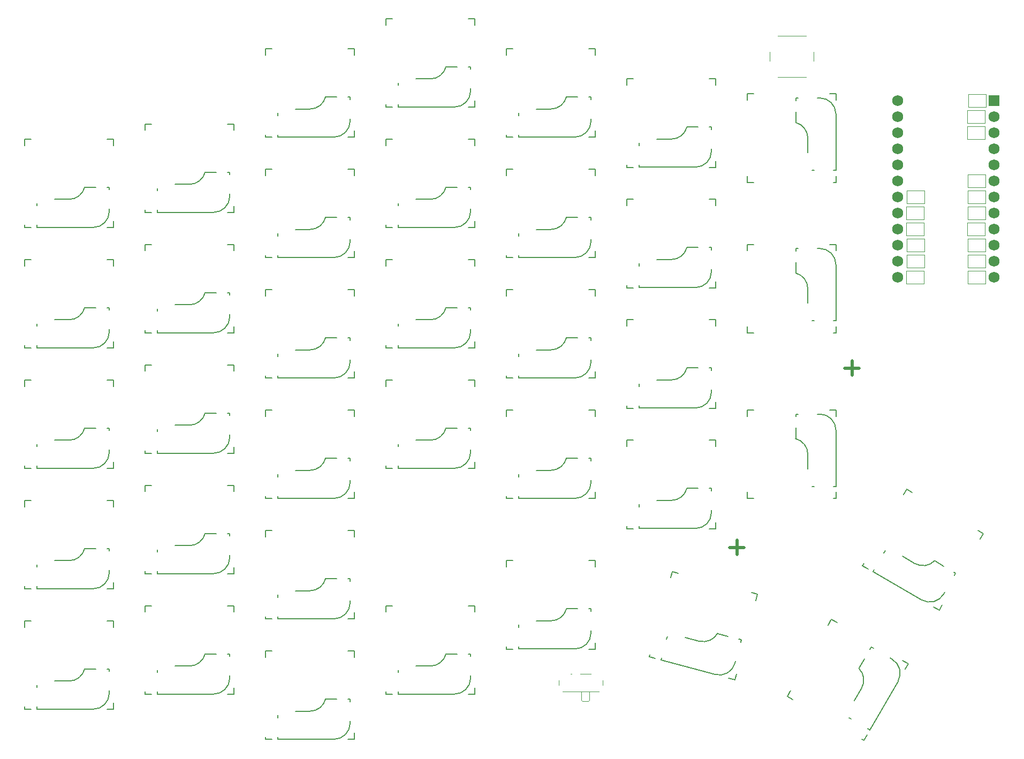
<source format=gbr>
%TF.GenerationSoftware,KiCad,Pcbnew,6.0.4*%
%TF.CreationDate,2022-04-20T09:09:29+02:00*%
%TF.ProjectId,mykeeb,6d796b65-6562-42e6-9b69-6361645f7063,rev?*%
%TF.SameCoordinates,Original*%
%TF.FileFunction,Legend,Bot*%
%TF.FilePolarity,Positive*%
%FSLAX46Y46*%
G04 Gerber Fmt 4.6, Leading zero omitted, Abs format (unit mm)*
G04 Created by KiCad (PCBNEW 6.0.4) date 2022-04-20 09:09:29*
%MOMM*%
%LPD*%
G01*
G04 APERTURE LIST*
%ADD10C,0.500000*%
%ADD11C,0.150000*%
%ADD12C,0.120000*%
%ADD13C,1.752600*%
%ADD14R,1.752600X1.752600*%
G04 APERTURE END LIST*
D10*
X172592857Y-86380285D02*
X170307142Y-86380285D01*
X171450000Y-87523142D02*
X171450000Y-85237428D01*
X154394857Y-114768285D02*
X152109142Y-114768285D01*
X153252000Y-115911142D02*
X153252000Y-113625428D01*
D11*
%TO.C,K11*%
X70485000Y-80803750D02*
G75*
G03*
X73025000Y-78263750I0J2540000D01*
G01*
X66675000Y-76358750D02*
G75*
G03*
X69139162Y-74434790I0J2540000D01*
G01*
X73025000Y-74834750D02*
X73025000Y-74453750D01*
X73025000Y-74453750D02*
X72644000Y-74453750D01*
X59675000Y-66818750D02*
X60675000Y-66818750D01*
X72675000Y-66818750D02*
X73675000Y-66818750D01*
X61595000Y-76993750D02*
X61595000Y-77374750D01*
X66675000Y-76358750D02*
X64389000Y-76358750D01*
X59675000Y-80818750D02*
X59675000Y-80422750D01*
X61595000Y-80422750D02*
X61595000Y-80803750D01*
X73675000Y-66818750D02*
X73675000Y-67818750D01*
X73025000Y-78263750D02*
X73025000Y-77882750D01*
X61595000Y-80803750D02*
X70485000Y-80803750D01*
X59675000Y-67818750D02*
X59675000Y-66818750D01*
X60675000Y-80818750D02*
X59675000Y-80818750D01*
X70866000Y-74453750D02*
X69215000Y-74453750D01*
X73675000Y-79818750D02*
X73675000Y-80818750D01*
X73675000Y-80818750D02*
X72675000Y-80818750D01*
%TO.C,K10*%
X51435000Y-83185000D02*
G75*
G03*
X53975000Y-80645000I0J2540000D01*
G01*
X47625000Y-78740000D02*
G75*
G03*
X50089162Y-76816040I0J2540000D01*
G01*
X53975000Y-77216000D02*
X53975000Y-76835000D01*
X53975000Y-76835000D02*
X53594000Y-76835000D01*
X40625000Y-69200000D02*
X41625000Y-69200000D01*
X53625000Y-69200000D02*
X54625000Y-69200000D01*
X42545000Y-79375000D02*
X42545000Y-79756000D01*
X47625000Y-78740000D02*
X45339000Y-78740000D01*
X40625000Y-83200000D02*
X40625000Y-82804000D01*
X42545000Y-82804000D02*
X42545000Y-83185000D01*
X54625000Y-69200000D02*
X54625000Y-70200000D01*
X53975000Y-80645000D02*
X53975000Y-80264000D01*
X42545000Y-83185000D02*
X51435000Y-83185000D01*
X40625000Y-70200000D02*
X40625000Y-69200000D01*
X41625000Y-83200000D02*
X40625000Y-83200000D01*
X51816000Y-76835000D02*
X50165000Y-76835000D01*
X54625000Y-82200000D02*
X54625000Y-83200000D01*
X54625000Y-83200000D02*
X53625000Y-83200000D01*
%TO.C,K31*%
X70485000Y-118903750D02*
G75*
G03*
X73025000Y-116363750I0J2540000D01*
G01*
X66675000Y-114458750D02*
G75*
G03*
X69139162Y-112534790I0J2540000D01*
G01*
X73025000Y-112934750D02*
X73025000Y-112553750D01*
X73025000Y-112553750D02*
X72644000Y-112553750D01*
X59675000Y-104918750D02*
X60675000Y-104918750D01*
X72675000Y-104918750D02*
X73675000Y-104918750D01*
X61595000Y-115093750D02*
X61595000Y-115474750D01*
X66675000Y-114458750D02*
X64389000Y-114458750D01*
X59675000Y-118918750D02*
X59675000Y-118522750D01*
X61595000Y-118522750D02*
X61595000Y-118903750D01*
X73675000Y-104918750D02*
X73675000Y-105918750D01*
X73025000Y-116363750D02*
X73025000Y-115982750D01*
X61595000Y-118903750D02*
X70485000Y-118903750D01*
X59675000Y-105918750D02*
X59675000Y-104918750D01*
X60675000Y-118918750D02*
X59675000Y-118918750D01*
X70866000Y-112553750D02*
X69215000Y-112553750D01*
X73675000Y-117918750D02*
X73675000Y-118918750D01*
X73675000Y-118918750D02*
X72675000Y-118918750D01*
%TO.C,K24*%
X127635000Y-87947500D02*
G75*
G03*
X130175000Y-85407500I0J2540000D01*
G01*
X123825000Y-83502500D02*
G75*
G03*
X126289162Y-81578540I0J2540000D01*
G01*
X130175000Y-81978500D02*
X130175000Y-81597500D01*
X130175000Y-81597500D02*
X129794000Y-81597500D01*
X116825000Y-73962500D02*
X117825000Y-73962500D01*
X129825000Y-73962500D02*
X130825000Y-73962500D01*
X118745000Y-84137500D02*
X118745000Y-84518500D01*
X123825000Y-83502500D02*
X121539000Y-83502500D01*
X116825000Y-87962500D02*
X116825000Y-87566500D01*
X118745000Y-87566500D02*
X118745000Y-87947500D01*
X130825000Y-73962500D02*
X130825000Y-74962500D01*
X130175000Y-85407500D02*
X130175000Y-85026500D01*
X118745000Y-87947500D02*
X127635000Y-87947500D01*
X116825000Y-74962500D02*
X116825000Y-73962500D01*
X117825000Y-87962500D02*
X116825000Y-87962500D01*
X128016000Y-81597500D02*
X126365000Y-81597500D01*
X130825000Y-86962500D02*
X130825000Y-87962500D01*
X130825000Y-87962500D02*
X129825000Y-87962500D01*
%TO.C,K45*%
X149832894Y-134850021D02*
G75*
G03*
X152943746Y-133053971I657401J2453450D01*
G01*
X147303168Y-129570382D02*
G75*
G03*
X150181323Y-128349751I657400J2453452D01*
G01*
X147303168Y-129570382D02*
X145095061Y-128978721D01*
X155567856Y-121908363D02*
X156533782Y-122167183D01*
X139387354Y-132066677D02*
X139489846Y-131684171D01*
X142752001Y-119509642D02*
X143010821Y-118543716D01*
X153831237Y-129741812D02*
X153929847Y-129373794D01*
X143010821Y-118543716D02*
X143976746Y-118802535D01*
X151844413Y-128815004D02*
X150249670Y-128387693D01*
X142231914Y-128868944D02*
X142133304Y-129236961D01*
X153929847Y-129373794D02*
X153561829Y-129275184D01*
X152943746Y-133053971D02*
X153042356Y-132685953D01*
X152910315Y-135690144D02*
X151944390Y-135431325D01*
X153169135Y-134724218D02*
X152910315Y-135690144D01*
X141245814Y-132549121D02*
X149832894Y-134850022D01*
X141344424Y-132181103D02*
X141245814Y-132549121D01*
X140353280Y-132325497D02*
X139387354Y-132066677D01*
X156533782Y-122167183D02*
X156274963Y-123133108D01*
%TO.C,K41*%
X70485000Y-137953750D02*
G75*
G03*
X73025000Y-135413750I0J2540000D01*
G01*
X66675000Y-133508750D02*
G75*
G03*
X69139162Y-131584790I0J2540000D01*
G01*
X73025000Y-131984750D02*
X73025000Y-131603750D01*
X73025000Y-131603750D02*
X72644000Y-131603750D01*
X59675000Y-123968750D02*
X60675000Y-123968750D01*
X72675000Y-123968750D02*
X73675000Y-123968750D01*
X61595000Y-134143750D02*
X61595000Y-134524750D01*
X66675000Y-133508750D02*
X64389000Y-133508750D01*
X59675000Y-137968750D02*
X59675000Y-137572750D01*
X61595000Y-137572750D02*
X61595000Y-137953750D01*
X73675000Y-123968750D02*
X73675000Y-124968750D01*
X73025000Y-135413750D02*
X73025000Y-135032750D01*
X61595000Y-137953750D02*
X70485000Y-137953750D01*
X59675000Y-124968750D02*
X59675000Y-123968750D01*
X60675000Y-137968750D02*
X59675000Y-137968750D01*
X70866000Y-131603750D02*
X69215000Y-131603750D01*
X73675000Y-136968750D02*
X73675000Y-137968750D01*
X73675000Y-137968750D02*
X72675000Y-137968750D01*
%TO.C,K20*%
X51435000Y-102235000D02*
G75*
G03*
X53975000Y-99695000I0J2540000D01*
G01*
X47625000Y-97790000D02*
G75*
G03*
X50089162Y-95866040I0J2540000D01*
G01*
X53975000Y-96266000D02*
X53975000Y-95885000D01*
X53975000Y-95885000D02*
X53594000Y-95885000D01*
X40625000Y-88250000D02*
X41625000Y-88250000D01*
X53625000Y-88250000D02*
X54625000Y-88250000D01*
X42545000Y-98425000D02*
X42545000Y-98806000D01*
X47625000Y-97790000D02*
X45339000Y-97790000D01*
X40625000Y-102250000D02*
X40625000Y-101854000D01*
X42545000Y-101854000D02*
X42545000Y-102235000D01*
X54625000Y-88250000D02*
X54625000Y-89250000D01*
X53975000Y-99695000D02*
X53975000Y-99314000D01*
X42545000Y-102235000D02*
X51435000Y-102235000D01*
X40625000Y-89250000D02*
X40625000Y-88250000D01*
X41625000Y-102250000D02*
X40625000Y-102250000D01*
X51816000Y-95885000D02*
X50165000Y-95885000D01*
X54625000Y-101250000D02*
X54625000Y-102250000D01*
X54625000Y-102250000D02*
X53625000Y-102250000D01*
%TO.C,K21*%
X70485000Y-99853750D02*
G75*
G03*
X73025000Y-97313750I0J2540000D01*
G01*
X66675000Y-95408750D02*
G75*
G03*
X69139162Y-93484790I0J2540000D01*
G01*
X73025000Y-93884750D02*
X73025000Y-93503750D01*
X73025000Y-93503750D02*
X72644000Y-93503750D01*
X59675000Y-85868750D02*
X60675000Y-85868750D01*
X72675000Y-85868750D02*
X73675000Y-85868750D01*
X61595000Y-96043750D02*
X61595000Y-96424750D01*
X66675000Y-95408750D02*
X64389000Y-95408750D01*
X59675000Y-99868750D02*
X59675000Y-99472750D01*
X61595000Y-99472750D02*
X61595000Y-99853750D01*
X73675000Y-85868750D02*
X73675000Y-86868750D01*
X73025000Y-97313750D02*
X73025000Y-96932750D01*
X61595000Y-99853750D02*
X70485000Y-99853750D01*
X59675000Y-86868750D02*
X59675000Y-85868750D01*
X60675000Y-99868750D02*
X59675000Y-99868750D01*
X70866000Y-93503750D02*
X69215000Y-93503750D01*
X73675000Y-98868750D02*
X73675000Y-99868750D01*
X73675000Y-99868750D02*
X72675000Y-99868750D01*
%TO.C,K13*%
X108585000Y-64135000D02*
G75*
G03*
X111125000Y-61595000I0J2540000D01*
G01*
X104775000Y-59690000D02*
G75*
G03*
X107239162Y-57766040I0J2540000D01*
G01*
X111125000Y-58166000D02*
X111125000Y-57785000D01*
X111125000Y-57785000D02*
X110744000Y-57785000D01*
X97775000Y-50150000D02*
X98775000Y-50150000D01*
X110775000Y-50150000D02*
X111775000Y-50150000D01*
X99695000Y-60325000D02*
X99695000Y-60706000D01*
X104775000Y-59690000D02*
X102489000Y-59690000D01*
X97775000Y-64150000D02*
X97775000Y-63754000D01*
X99695000Y-63754000D02*
X99695000Y-64135000D01*
X111775000Y-50150000D02*
X111775000Y-51150000D01*
X111125000Y-61595000D02*
X111125000Y-61214000D01*
X99695000Y-64135000D02*
X108585000Y-64135000D01*
X97775000Y-51150000D02*
X97775000Y-50150000D01*
X98775000Y-64150000D02*
X97775000Y-64150000D01*
X108966000Y-57785000D02*
X107315000Y-57785000D01*
X111775000Y-63150000D02*
X111775000Y-64150000D01*
X111775000Y-64150000D02*
X110775000Y-64150000D01*
%TO.C,K36*%
X182489905Y-123055141D02*
G75*
G03*
X185959609Y-122125437I1270000J2199704D01*
G01*
X181412848Y-117300659D02*
G75*
G03*
X184508855Y-116866541I1270000J2199705D01*
G01*
X187674109Y-119155836D02*
X187864609Y-118825880D01*
X187864609Y-118825880D02*
X187534654Y-118635380D01*
X180120670Y-105538776D02*
X180986696Y-106038776D01*
X191379000Y-112038776D02*
X192245026Y-112538776D01*
X176695939Y-115310585D02*
X176505439Y-115640540D01*
X181412848Y-117300659D02*
X179433114Y-116157659D01*
X173120670Y-117663132D02*
X173318670Y-117320186D01*
X174981439Y-118280186D02*
X174790939Y-118610141D01*
X192245026Y-112538776D02*
X191745026Y-113404802D01*
X185959609Y-122125437D02*
X186150109Y-121795481D01*
X174790939Y-118610141D02*
X182489905Y-123055141D01*
X179620670Y-106404802D02*
X180120670Y-105538776D01*
X173986696Y-118163132D02*
X173120670Y-117663132D01*
X185994860Y-117746380D02*
X184565053Y-116920880D01*
X185745026Y-123797106D02*
X185245026Y-124663132D01*
X185245026Y-124663132D02*
X184379000Y-124163132D01*
%TO.C,K40*%
X51435000Y-140335000D02*
G75*
G03*
X53975000Y-137795000I0J2540000D01*
G01*
X47625000Y-135890000D02*
G75*
G03*
X50089162Y-133966040I0J2540000D01*
G01*
X53975000Y-134366000D02*
X53975000Y-133985000D01*
X53975000Y-133985000D02*
X53594000Y-133985000D01*
X40625000Y-126350000D02*
X41625000Y-126350000D01*
X53625000Y-126350000D02*
X54625000Y-126350000D01*
X42545000Y-136525000D02*
X42545000Y-136906000D01*
X47625000Y-135890000D02*
X45339000Y-135890000D01*
X40625000Y-140350000D02*
X40625000Y-139954000D01*
X42545000Y-139954000D02*
X42545000Y-140335000D01*
X54625000Y-126350000D02*
X54625000Y-127350000D01*
X53975000Y-137795000D02*
X53975000Y-137414000D01*
X42545000Y-140335000D02*
X51435000Y-140335000D01*
X40625000Y-127350000D02*
X40625000Y-126350000D01*
X41625000Y-140350000D02*
X40625000Y-140350000D01*
X51816000Y-133985000D02*
X50165000Y-133985000D01*
X54625000Y-139350000D02*
X54625000Y-140350000D01*
X54625000Y-140350000D02*
X53625000Y-140350000D01*
%TO.C,K25*%
X146685000Y-92710000D02*
G75*
G03*
X149225000Y-90170000I0J2540000D01*
G01*
X142875000Y-88265000D02*
G75*
G03*
X145339162Y-86341040I0J2540000D01*
G01*
X149225000Y-86741000D02*
X149225000Y-86360000D01*
X149225000Y-86360000D02*
X148844000Y-86360000D01*
X135875000Y-78725000D02*
X136875000Y-78725000D01*
X148875000Y-78725000D02*
X149875000Y-78725000D01*
X137795000Y-88900000D02*
X137795000Y-89281000D01*
X142875000Y-88265000D02*
X140589000Y-88265000D01*
X135875000Y-92725000D02*
X135875000Y-92329000D01*
X137795000Y-92329000D02*
X137795000Y-92710000D01*
X149875000Y-78725000D02*
X149875000Y-79725000D01*
X149225000Y-90170000D02*
X149225000Y-89789000D01*
X137795000Y-92710000D02*
X146685000Y-92710000D01*
X135875000Y-79725000D02*
X135875000Y-78725000D01*
X136875000Y-92725000D02*
X135875000Y-92725000D01*
X147066000Y-86360000D02*
X145415000Y-86360000D01*
X149875000Y-91725000D02*
X149875000Y-92725000D01*
X149875000Y-92725000D02*
X148875000Y-92725000D01*
%TO.C,K7*%
X89535000Y-145097500D02*
G75*
G03*
X92075000Y-142557500I0J2540000D01*
G01*
X85725000Y-140652500D02*
G75*
G03*
X88189162Y-138728540I0J2540000D01*
G01*
X92075000Y-139128500D02*
X92075000Y-138747500D01*
X92075000Y-138747500D02*
X91694000Y-138747500D01*
X78725000Y-131112500D02*
X79725000Y-131112500D01*
X91725000Y-131112500D02*
X92725000Y-131112500D01*
X80645000Y-141287500D02*
X80645000Y-141668500D01*
X85725000Y-140652500D02*
X83439000Y-140652500D01*
X78725000Y-145112500D02*
X78725000Y-144716500D01*
X80645000Y-144716500D02*
X80645000Y-145097500D01*
X92725000Y-131112500D02*
X92725000Y-132112500D01*
X92075000Y-142557500D02*
X92075000Y-142176500D01*
X80645000Y-145097500D02*
X89535000Y-145097500D01*
X78725000Y-132112500D02*
X78725000Y-131112500D01*
X79725000Y-145112500D02*
X78725000Y-145112500D01*
X89916000Y-138747500D02*
X88265000Y-138747500D01*
X92725000Y-144112500D02*
X92725000Y-145112500D01*
X92725000Y-145112500D02*
X91725000Y-145112500D01*
%TO.C,K15*%
X146685000Y-73660000D02*
G75*
G03*
X149225000Y-71120000I0J2540000D01*
G01*
X142875000Y-69215000D02*
G75*
G03*
X145339162Y-67291040I0J2540000D01*
G01*
X149225000Y-67691000D02*
X149225000Y-67310000D01*
X149225000Y-67310000D02*
X148844000Y-67310000D01*
X135875000Y-59675000D02*
X136875000Y-59675000D01*
X148875000Y-59675000D02*
X149875000Y-59675000D01*
X137795000Y-69850000D02*
X137795000Y-70231000D01*
X142875000Y-69215000D02*
X140589000Y-69215000D01*
X135875000Y-73675000D02*
X135875000Y-73279000D01*
X137795000Y-73279000D02*
X137795000Y-73660000D01*
X149875000Y-59675000D02*
X149875000Y-60675000D01*
X149225000Y-71120000D02*
X149225000Y-70739000D01*
X137795000Y-73660000D02*
X146685000Y-73660000D01*
X135875000Y-60675000D02*
X135875000Y-59675000D01*
X136875000Y-73675000D02*
X135875000Y-73675000D01*
X147066000Y-67310000D02*
X145415000Y-67310000D01*
X149875000Y-72675000D02*
X149875000Y-73675000D01*
X149875000Y-73675000D02*
X148875000Y-73675000D01*
%TO.C,K5*%
X146685000Y-54610000D02*
G75*
G03*
X149225000Y-52070000I0J2540000D01*
G01*
X142875000Y-50165000D02*
G75*
G03*
X145339162Y-48241040I0J2540000D01*
G01*
X149225000Y-48641000D02*
X149225000Y-48260000D01*
X149225000Y-48260000D02*
X148844000Y-48260000D01*
X135875000Y-40625000D02*
X136875000Y-40625000D01*
X148875000Y-40625000D02*
X149875000Y-40625000D01*
X137795000Y-50800000D02*
X137795000Y-51181000D01*
X142875000Y-50165000D02*
X140589000Y-50165000D01*
X135875000Y-54625000D02*
X135875000Y-54229000D01*
X137795000Y-54229000D02*
X137795000Y-54610000D01*
X149875000Y-40625000D02*
X149875000Y-41625000D01*
X149225000Y-52070000D02*
X149225000Y-51689000D01*
X137795000Y-54610000D02*
X146685000Y-54610000D01*
X135875000Y-41625000D02*
X135875000Y-40625000D01*
X136875000Y-54625000D02*
X135875000Y-54625000D01*
X147066000Y-48260000D02*
X145415000Y-48260000D01*
X149875000Y-53625000D02*
X149875000Y-54625000D01*
X149875000Y-54625000D02*
X148875000Y-54625000D01*
%TO.C,K1*%
X70485000Y-61753750D02*
G75*
G03*
X73025000Y-59213750I0J2540000D01*
G01*
X66675000Y-57308750D02*
G75*
G03*
X69139162Y-55384790I0J2540000D01*
G01*
X73025000Y-55784750D02*
X73025000Y-55403750D01*
X73025000Y-55403750D02*
X72644000Y-55403750D01*
X59675000Y-47768750D02*
X60675000Y-47768750D01*
X72675000Y-47768750D02*
X73675000Y-47768750D01*
X61595000Y-57943750D02*
X61595000Y-58324750D01*
X66675000Y-57308750D02*
X64389000Y-57308750D01*
X59675000Y-61768750D02*
X59675000Y-61372750D01*
X61595000Y-61372750D02*
X61595000Y-61753750D01*
X73675000Y-47768750D02*
X73675000Y-48768750D01*
X73025000Y-59213750D02*
X73025000Y-58832750D01*
X61595000Y-61753750D02*
X70485000Y-61753750D01*
X59675000Y-48768750D02*
X59675000Y-47768750D01*
X60675000Y-61768750D02*
X59675000Y-61768750D01*
X70866000Y-55403750D02*
X69215000Y-55403750D01*
X73675000Y-60768750D02*
X73675000Y-61768750D01*
X73675000Y-61768750D02*
X72675000Y-61768750D01*
%TO.C,K0*%
X51435000Y-64135000D02*
G75*
G03*
X53975000Y-61595000I0J2540000D01*
G01*
X47625000Y-59690000D02*
G75*
G03*
X50089162Y-57766040I0J2540000D01*
G01*
X53975000Y-58166000D02*
X53975000Y-57785000D01*
X53975000Y-57785000D02*
X53594000Y-57785000D01*
X40625000Y-50150000D02*
X41625000Y-50150000D01*
X53625000Y-50150000D02*
X54625000Y-50150000D01*
X42545000Y-60325000D02*
X42545000Y-60706000D01*
X47625000Y-59690000D02*
X45339000Y-59690000D01*
X40625000Y-64150000D02*
X40625000Y-63754000D01*
X42545000Y-63754000D02*
X42545000Y-64135000D01*
X54625000Y-50150000D02*
X54625000Y-51150000D01*
X53975000Y-61595000D02*
X53975000Y-61214000D01*
X42545000Y-64135000D02*
X51435000Y-64135000D01*
X40625000Y-51150000D02*
X40625000Y-50150000D01*
X41625000Y-64150000D02*
X40625000Y-64150000D01*
X51816000Y-57785000D02*
X50165000Y-57785000D01*
X54625000Y-63150000D02*
X54625000Y-64150000D01*
X54625000Y-64150000D02*
X53625000Y-64150000D01*
%TO.C,K42*%
X89535000Y-126047500D02*
G75*
G03*
X92075000Y-123507500I0J2540000D01*
G01*
X85725000Y-121602500D02*
G75*
G03*
X88189162Y-119678540I0J2540000D01*
G01*
X92075000Y-120078500D02*
X92075000Y-119697500D01*
X92075000Y-119697500D02*
X91694000Y-119697500D01*
X78725000Y-112062500D02*
X79725000Y-112062500D01*
X91725000Y-112062500D02*
X92725000Y-112062500D01*
X80645000Y-122237500D02*
X80645000Y-122618500D01*
X85725000Y-121602500D02*
X83439000Y-121602500D01*
X78725000Y-126062500D02*
X78725000Y-125666500D01*
X80645000Y-125666500D02*
X80645000Y-126047500D01*
X92725000Y-112062500D02*
X92725000Y-113062500D01*
X92075000Y-123507500D02*
X92075000Y-123126500D01*
X80645000Y-126047500D02*
X89535000Y-126047500D01*
X78725000Y-113062500D02*
X78725000Y-112062500D01*
X79725000Y-126062500D02*
X78725000Y-126062500D01*
X89916000Y-119697500D02*
X88265000Y-119697500D01*
X92725000Y-125062500D02*
X92725000Y-126062500D01*
X92725000Y-126062500D02*
X91725000Y-126062500D01*
%TO.C,K35*%
X146685000Y-111760000D02*
G75*
G03*
X149225000Y-109220000I0J2540000D01*
G01*
X142875000Y-107315000D02*
G75*
G03*
X145339162Y-105391040I0J2540000D01*
G01*
X149225000Y-105791000D02*
X149225000Y-105410000D01*
X149225000Y-105410000D02*
X148844000Y-105410000D01*
X135875000Y-97775000D02*
X136875000Y-97775000D01*
X148875000Y-97775000D02*
X149875000Y-97775000D01*
X137795000Y-107950000D02*
X137795000Y-108331000D01*
X142875000Y-107315000D02*
X140589000Y-107315000D01*
X135875000Y-111775000D02*
X135875000Y-111379000D01*
X137795000Y-111379000D02*
X137795000Y-111760000D01*
X149875000Y-97775000D02*
X149875000Y-98775000D01*
X149225000Y-109220000D02*
X149225000Y-108839000D01*
X137795000Y-111760000D02*
X146685000Y-111760000D01*
X135875000Y-98775000D02*
X135875000Y-97775000D01*
X136875000Y-111775000D02*
X135875000Y-111775000D01*
X147066000Y-105410000D02*
X145415000Y-105410000D01*
X149875000Y-110775000D02*
X149875000Y-111775000D01*
X149875000Y-111775000D02*
X148875000Y-111775000D01*
%TO.C,K14*%
X127635000Y-68897500D02*
G75*
G03*
X130175000Y-66357500I0J2540000D01*
G01*
X123825000Y-64452500D02*
G75*
G03*
X126289162Y-62528540I0J2540000D01*
G01*
X130175000Y-62928500D02*
X130175000Y-62547500D01*
X130175000Y-62547500D02*
X129794000Y-62547500D01*
X116825000Y-54912500D02*
X117825000Y-54912500D01*
X129825000Y-54912500D02*
X130825000Y-54912500D01*
X118745000Y-65087500D02*
X118745000Y-65468500D01*
X123825000Y-64452500D02*
X121539000Y-64452500D01*
X116825000Y-68912500D02*
X116825000Y-68516500D01*
X118745000Y-68516500D02*
X118745000Y-68897500D01*
X130825000Y-54912500D02*
X130825000Y-55912500D01*
X130175000Y-66357500D02*
X130175000Y-65976500D01*
X118745000Y-68897500D02*
X127635000Y-68897500D01*
X116825000Y-55912500D02*
X116825000Y-54912500D01*
X117825000Y-68912500D02*
X116825000Y-68912500D01*
X128016000Y-62547500D02*
X126365000Y-62547500D01*
X130825000Y-67912500D02*
X130825000Y-68912500D01*
X130825000Y-68912500D02*
X129825000Y-68912500D01*
%TO.C,K22*%
X89535000Y-87947500D02*
G75*
G03*
X92075000Y-85407500I0J2540000D01*
G01*
X85725000Y-83502500D02*
G75*
G03*
X88189162Y-81578540I0J2540000D01*
G01*
X92075000Y-81978500D02*
X92075000Y-81597500D01*
X92075000Y-81597500D02*
X91694000Y-81597500D01*
X78725000Y-73962500D02*
X79725000Y-73962500D01*
X91725000Y-73962500D02*
X92725000Y-73962500D01*
X80645000Y-84137500D02*
X80645000Y-84518500D01*
X85725000Y-83502500D02*
X83439000Y-83502500D01*
X78725000Y-87962500D02*
X78725000Y-87566500D01*
X80645000Y-87566500D02*
X80645000Y-87947500D01*
X92725000Y-73962500D02*
X92725000Y-74962500D01*
X92075000Y-85407500D02*
X92075000Y-85026500D01*
X80645000Y-87947500D02*
X89535000Y-87947500D01*
X78725000Y-74962500D02*
X78725000Y-73962500D01*
X79725000Y-87962500D02*
X78725000Y-87962500D01*
X89916000Y-81597500D02*
X88265000Y-81597500D01*
X92725000Y-86962500D02*
X92725000Y-87962500D01*
X92725000Y-87962500D02*
X91725000Y-87962500D01*
%TO.C,K12*%
X89535000Y-68897500D02*
G75*
G03*
X92075000Y-66357500I0J2540000D01*
G01*
X85725000Y-64452500D02*
G75*
G03*
X88189162Y-62528540I0J2540000D01*
G01*
X92075000Y-62928500D02*
X92075000Y-62547500D01*
X92075000Y-62547500D02*
X91694000Y-62547500D01*
X78725000Y-54912500D02*
X79725000Y-54912500D01*
X91725000Y-54912500D02*
X92725000Y-54912500D01*
X80645000Y-65087500D02*
X80645000Y-65468500D01*
X85725000Y-64452500D02*
X83439000Y-64452500D01*
X78725000Y-68912500D02*
X78725000Y-68516500D01*
X80645000Y-68516500D02*
X80645000Y-68897500D01*
X92725000Y-54912500D02*
X92725000Y-55912500D01*
X92075000Y-66357500D02*
X92075000Y-65976500D01*
X80645000Y-68897500D02*
X89535000Y-68897500D01*
X78725000Y-55912500D02*
X78725000Y-54912500D01*
X79725000Y-68912500D02*
X78725000Y-68912500D01*
X89916000Y-62547500D02*
X88265000Y-62547500D01*
X92725000Y-67912500D02*
X92725000Y-68912500D01*
X92725000Y-68912500D02*
X91725000Y-68912500D01*
%TO.C,K43*%
X108585000Y-137953750D02*
G75*
G03*
X111125000Y-135413750I0J2540000D01*
G01*
X104775000Y-133508750D02*
G75*
G03*
X107239162Y-131584790I0J2540000D01*
G01*
X111125000Y-131984750D02*
X111125000Y-131603750D01*
X111125000Y-131603750D02*
X110744000Y-131603750D01*
X97775000Y-123968750D02*
X98775000Y-123968750D01*
X110775000Y-123968750D02*
X111775000Y-123968750D01*
X99695000Y-134143750D02*
X99695000Y-134524750D01*
X104775000Y-133508750D02*
X102489000Y-133508750D01*
X97775000Y-137968750D02*
X97775000Y-137572750D01*
X99695000Y-137572750D02*
X99695000Y-137953750D01*
X111775000Y-123968750D02*
X111775000Y-124968750D01*
X111125000Y-135413750D02*
X111125000Y-135032750D01*
X99695000Y-137953750D02*
X108585000Y-137953750D01*
X97775000Y-124968750D02*
X97775000Y-123968750D01*
X98775000Y-137968750D02*
X97775000Y-137968750D01*
X108966000Y-131603750D02*
X107315000Y-131603750D01*
X111775000Y-136968750D02*
X111775000Y-137968750D01*
X111775000Y-137968750D02*
X110775000Y-137968750D01*
%TO.C,K33*%
X108585000Y-102235000D02*
G75*
G03*
X111125000Y-99695000I0J2540000D01*
G01*
X104775000Y-97790000D02*
G75*
G03*
X107239162Y-95866040I0J2540000D01*
G01*
X111125000Y-96266000D02*
X111125000Y-95885000D01*
X111125000Y-95885000D02*
X110744000Y-95885000D01*
X97775000Y-88250000D02*
X98775000Y-88250000D01*
X110775000Y-88250000D02*
X111775000Y-88250000D01*
X99695000Y-98425000D02*
X99695000Y-98806000D01*
X104775000Y-97790000D02*
X102489000Y-97790000D01*
X97775000Y-102250000D02*
X97775000Y-101854000D01*
X99695000Y-101854000D02*
X99695000Y-102235000D01*
X111775000Y-88250000D02*
X111775000Y-89250000D01*
X111125000Y-99695000D02*
X111125000Y-99314000D01*
X99695000Y-102235000D02*
X108585000Y-102235000D01*
X97775000Y-89250000D02*
X97775000Y-88250000D01*
X98775000Y-102250000D02*
X97775000Y-102250000D01*
X108966000Y-95885000D02*
X107315000Y-95885000D01*
X111775000Y-101250000D02*
X111775000Y-102250000D01*
X111775000Y-102250000D02*
X110775000Y-102250000D01*
%TO.C,K26*%
X168910000Y-96202500D02*
G75*
G03*
X166370000Y-93662500I-2540000J0D01*
G01*
X164465000Y-100012500D02*
G75*
G03*
X162541040Y-97548338I-2540000J0D01*
G01*
X155925000Y-107012500D02*
X154925000Y-107012500D01*
X167925000Y-93012500D02*
X168925000Y-93012500D01*
X168925000Y-93012500D02*
X168925000Y-94012500D01*
X162941000Y-93662500D02*
X162560000Y-93662500D01*
X165100000Y-105092500D02*
X165481000Y-105092500D01*
X162560000Y-95821500D02*
X162560000Y-97472500D01*
X164465000Y-100012500D02*
X164465000Y-102298500D01*
X168925000Y-107012500D02*
X168529000Y-107012500D01*
X168910000Y-105092500D02*
X168910000Y-96202500D01*
X154925000Y-107012500D02*
X154925000Y-106012500D01*
X154925000Y-94012500D02*
X154925000Y-93012500D01*
X154925000Y-93012500D02*
X155925000Y-93012500D01*
X168925000Y-106012500D02*
X168925000Y-107012500D01*
X162560000Y-93662500D02*
X162560000Y-94043500D01*
X166370000Y-93662500D02*
X165989000Y-93662500D01*
X168529000Y-105092500D02*
X168910000Y-105092500D01*
%TO.C,K3*%
X108585000Y-45085000D02*
G75*
G03*
X111125000Y-42545000I0J2540000D01*
G01*
X104775000Y-40640000D02*
G75*
G03*
X107239162Y-38716040I0J2540000D01*
G01*
X111125000Y-39116000D02*
X111125000Y-38735000D01*
X111125000Y-38735000D02*
X110744000Y-38735000D01*
X97775000Y-31100000D02*
X98775000Y-31100000D01*
X110775000Y-31100000D02*
X111775000Y-31100000D01*
X99695000Y-41275000D02*
X99695000Y-41656000D01*
X104775000Y-40640000D02*
X102489000Y-40640000D01*
X97775000Y-45100000D02*
X97775000Y-44704000D01*
X99695000Y-44704000D02*
X99695000Y-45085000D01*
X111775000Y-31100000D02*
X111775000Y-32100000D01*
X111125000Y-42545000D02*
X111125000Y-42164000D01*
X99695000Y-45085000D02*
X108585000Y-45085000D01*
X97775000Y-32100000D02*
X97775000Y-31100000D01*
X98775000Y-45100000D02*
X97775000Y-45100000D01*
X108966000Y-38735000D02*
X107315000Y-38735000D01*
X111775000Y-44100000D02*
X111775000Y-45100000D01*
X111775000Y-45100000D02*
X110775000Y-45100000D01*
%TO.C,K34*%
X127635000Y-106997500D02*
G75*
G03*
X130175000Y-104457500I0J2540000D01*
G01*
X123825000Y-102552500D02*
G75*
G03*
X126289162Y-100628540I0J2540000D01*
G01*
X130175000Y-101028500D02*
X130175000Y-100647500D01*
X130175000Y-100647500D02*
X129794000Y-100647500D01*
X116825000Y-93012500D02*
X117825000Y-93012500D01*
X129825000Y-93012500D02*
X130825000Y-93012500D01*
X118745000Y-103187500D02*
X118745000Y-103568500D01*
X123825000Y-102552500D02*
X121539000Y-102552500D01*
X116825000Y-107012500D02*
X116825000Y-106616500D01*
X118745000Y-106616500D02*
X118745000Y-106997500D01*
X130825000Y-93012500D02*
X130825000Y-94012500D01*
X130175000Y-104457500D02*
X130175000Y-104076500D01*
X118745000Y-106997500D02*
X127635000Y-106997500D01*
X116825000Y-94012500D02*
X116825000Y-93012500D01*
X117825000Y-107012500D02*
X116825000Y-107012500D01*
X128016000Y-100647500D02*
X126365000Y-100647500D01*
X130825000Y-106012500D02*
X130825000Y-107012500D01*
X130825000Y-107012500D02*
X129825000Y-107012500D01*
%TO.C,K16*%
X168910000Y-70008750D02*
G75*
G03*
X166370000Y-67468750I-2540000J0D01*
G01*
X164465000Y-73818750D02*
G75*
G03*
X162541040Y-71354588I-2540000J0D01*
G01*
X164465000Y-73818750D02*
X164465000Y-76104750D01*
X154925000Y-67818750D02*
X154925000Y-66818750D01*
X168925000Y-80818750D02*
X168529000Y-80818750D01*
X155925000Y-80818750D02*
X154925000Y-80818750D01*
X162941000Y-67468750D02*
X162560000Y-67468750D01*
X154925000Y-80818750D02*
X154925000Y-79818750D01*
X162560000Y-69627750D02*
X162560000Y-71278750D01*
X165100000Y-78898750D02*
X165481000Y-78898750D01*
X162560000Y-67468750D02*
X162560000Y-67849750D01*
X166370000Y-67468750D02*
X165989000Y-67468750D01*
X168925000Y-66818750D02*
X168925000Y-67818750D01*
X167925000Y-66818750D02*
X168925000Y-66818750D01*
X168910000Y-78898750D02*
X168910000Y-70008750D01*
X168529000Y-78898750D02*
X168910000Y-78898750D01*
X168925000Y-79818750D02*
X168925000Y-80818750D01*
X154925000Y-66818750D02*
X155925000Y-66818750D01*
%TO.C,K2*%
X89535000Y-49847500D02*
G75*
G03*
X92075000Y-47307500I0J2540000D01*
G01*
X85725000Y-45402500D02*
G75*
G03*
X88189162Y-43478540I0J2540000D01*
G01*
X92075000Y-43878500D02*
X92075000Y-43497500D01*
X92075000Y-43497500D02*
X91694000Y-43497500D01*
X78725000Y-35862500D02*
X79725000Y-35862500D01*
X91725000Y-35862500D02*
X92725000Y-35862500D01*
X80645000Y-46037500D02*
X80645000Y-46418500D01*
X85725000Y-45402500D02*
X83439000Y-45402500D01*
X78725000Y-49862500D02*
X78725000Y-49466500D01*
X80645000Y-49466500D02*
X80645000Y-49847500D01*
X92725000Y-35862500D02*
X92725000Y-36862500D01*
X92075000Y-47307500D02*
X92075000Y-46926500D01*
X80645000Y-49847500D02*
X89535000Y-49847500D01*
X78725000Y-36862500D02*
X78725000Y-35862500D01*
X79725000Y-49862500D02*
X78725000Y-49862500D01*
X89916000Y-43497500D02*
X88265000Y-43497500D01*
X92725000Y-48862500D02*
X92725000Y-49862500D01*
X92725000Y-49862500D02*
X91725000Y-49862500D01*
%TO.C,K44*%
X127635000Y-130810000D02*
G75*
G03*
X130175000Y-128270000I0J2540000D01*
G01*
X123825000Y-126365000D02*
G75*
G03*
X126289162Y-124441040I0J2540000D01*
G01*
X130175000Y-124841000D02*
X130175000Y-124460000D01*
X130175000Y-124460000D02*
X129794000Y-124460000D01*
X116825000Y-116825000D02*
X117825000Y-116825000D01*
X129825000Y-116825000D02*
X130825000Y-116825000D01*
X118745000Y-127000000D02*
X118745000Y-127381000D01*
X123825000Y-126365000D02*
X121539000Y-126365000D01*
X116825000Y-130825000D02*
X116825000Y-130429000D01*
X118745000Y-130429000D02*
X118745000Y-130810000D01*
X130825000Y-116825000D02*
X130825000Y-117825000D01*
X130175000Y-128270000D02*
X130175000Y-127889000D01*
X118745000Y-130810000D02*
X127635000Y-130810000D01*
X116825000Y-117825000D02*
X116825000Y-116825000D01*
X117825000Y-130825000D02*
X116825000Y-130825000D01*
X128016000Y-124460000D02*
X126365000Y-124460000D01*
X130825000Y-129825000D02*
X130825000Y-130825000D01*
X130825000Y-130825000D02*
X129825000Y-130825000D01*
%TO.C,K4*%
X127635000Y-49847500D02*
G75*
G03*
X130175000Y-47307500I0J2540000D01*
G01*
X123825000Y-45402500D02*
G75*
G03*
X126289162Y-43478540I0J2540000D01*
G01*
X130175000Y-43878500D02*
X130175000Y-43497500D01*
X130175000Y-43497500D02*
X129794000Y-43497500D01*
X116825000Y-35862500D02*
X117825000Y-35862500D01*
X129825000Y-35862500D02*
X130825000Y-35862500D01*
X118745000Y-46037500D02*
X118745000Y-46418500D01*
X123825000Y-45402500D02*
X121539000Y-45402500D01*
X116825000Y-49862500D02*
X116825000Y-49466500D01*
X118745000Y-49466500D02*
X118745000Y-49847500D01*
X130825000Y-35862500D02*
X130825000Y-36862500D01*
X130175000Y-47307500D02*
X130175000Y-46926500D01*
X118745000Y-49847500D02*
X127635000Y-49847500D01*
X116825000Y-36862500D02*
X116825000Y-35862500D01*
X117825000Y-49862500D02*
X116825000Y-49862500D01*
X128016000Y-43497500D02*
X126365000Y-43497500D01*
X130825000Y-48862500D02*
X130825000Y-49862500D01*
X130825000Y-49862500D02*
X129825000Y-49862500D01*
%TO.C,K23*%
X108585000Y-83185000D02*
G75*
G03*
X111125000Y-80645000I0J2540000D01*
G01*
X104775000Y-78740000D02*
G75*
G03*
X107239162Y-76816040I0J2540000D01*
G01*
X111125000Y-77216000D02*
X111125000Y-76835000D01*
X111125000Y-76835000D02*
X110744000Y-76835000D01*
X97775000Y-69200000D02*
X98775000Y-69200000D01*
X110775000Y-69200000D02*
X111775000Y-69200000D01*
X99695000Y-79375000D02*
X99695000Y-79756000D01*
X104775000Y-78740000D02*
X102489000Y-78740000D01*
X97775000Y-83200000D02*
X97775000Y-82804000D01*
X99695000Y-82804000D02*
X99695000Y-83185000D01*
X111775000Y-69200000D02*
X111775000Y-70200000D01*
X111125000Y-80645000D02*
X111125000Y-80264000D01*
X99695000Y-83185000D02*
X108585000Y-83185000D01*
X97775000Y-70200000D02*
X97775000Y-69200000D01*
X98775000Y-83200000D02*
X97775000Y-83200000D01*
X108966000Y-76835000D02*
X107315000Y-76835000D01*
X111775000Y-82200000D02*
X111775000Y-83200000D01*
X111775000Y-83200000D02*
X110775000Y-83200000D01*
%TO.C,K30*%
X51435000Y-121285000D02*
G75*
G03*
X53975000Y-118745000I0J2540000D01*
G01*
X47625000Y-116840000D02*
G75*
G03*
X50089162Y-114916040I0J2540000D01*
G01*
X53975000Y-115316000D02*
X53975000Y-114935000D01*
X53975000Y-114935000D02*
X53594000Y-114935000D01*
X40625000Y-107300000D02*
X41625000Y-107300000D01*
X53625000Y-107300000D02*
X54625000Y-107300000D01*
X42545000Y-117475000D02*
X42545000Y-117856000D01*
X47625000Y-116840000D02*
X45339000Y-116840000D01*
X40625000Y-121300000D02*
X40625000Y-120904000D01*
X42545000Y-120904000D02*
X42545000Y-121285000D01*
X54625000Y-107300000D02*
X54625000Y-108300000D01*
X53975000Y-118745000D02*
X53975000Y-118364000D01*
X42545000Y-121285000D02*
X51435000Y-121285000D01*
X40625000Y-108300000D02*
X40625000Y-107300000D01*
X41625000Y-121300000D02*
X40625000Y-121300000D01*
X51816000Y-114935000D02*
X50165000Y-114935000D01*
X54625000Y-120300000D02*
X54625000Y-121300000D01*
X54625000Y-121300000D02*
X53625000Y-121300000D01*
%TO.C,K46*%
X178730785Y-135916127D02*
G75*
G03*
X177801081Y-132446423I-2199704J1270000D01*
G01*
X172976303Y-136993184D02*
G75*
G03*
X172542185Y-133897177I-2199705J1270000D01*
G01*
X162080446Y-138785362D02*
X161214420Y-138285362D01*
X179472750Y-132661006D02*
X180338776Y-133161006D01*
X180338776Y-133161006D02*
X179838776Y-134027032D01*
X174831480Y-130731923D02*
X174501524Y-130541423D01*
X170986229Y-141710093D02*
X171316184Y-141900593D01*
X173422024Y-132411172D02*
X172596524Y-133840979D01*
X172976303Y-136993184D02*
X171833303Y-138972918D01*
X173338776Y-145285362D02*
X172995830Y-145087362D01*
X174285785Y-143615093D02*
X178730785Y-135916127D01*
X161214420Y-138285362D02*
X161714420Y-137419336D01*
X167714420Y-127027032D02*
X168214420Y-126161006D01*
X168214420Y-126161006D02*
X169080446Y-126661006D01*
X173838776Y-144419336D02*
X173338776Y-145285362D01*
X174501524Y-130541423D02*
X174311024Y-130871378D01*
X177801081Y-132446423D02*
X177471125Y-132255923D01*
X173955830Y-143424593D02*
X174285785Y-143615093D01*
%TO.C,K32*%
X89535000Y-106997500D02*
G75*
G03*
X92075000Y-104457500I0J2540000D01*
G01*
X85725000Y-102552500D02*
G75*
G03*
X88189162Y-100628540I0J2540000D01*
G01*
X92075000Y-101028500D02*
X92075000Y-100647500D01*
X92075000Y-100647500D02*
X91694000Y-100647500D01*
X78725000Y-93012500D02*
X79725000Y-93012500D01*
X91725000Y-93012500D02*
X92725000Y-93012500D01*
X80645000Y-103187500D02*
X80645000Y-103568500D01*
X85725000Y-102552500D02*
X83439000Y-102552500D01*
X78725000Y-107012500D02*
X78725000Y-106616500D01*
X80645000Y-106616500D02*
X80645000Y-106997500D01*
X92725000Y-93012500D02*
X92725000Y-94012500D01*
X92075000Y-104457500D02*
X92075000Y-104076500D01*
X80645000Y-106997500D02*
X89535000Y-106997500D01*
X78725000Y-94012500D02*
X78725000Y-93012500D01*
X79725000Y-107012500D02*
X78725000Y-107012500D01*
X89916000Y-100647500D02*
X88265000Y-100647500D01*
X92725000Y-106012500D02*
X92725000Y-107012500D01*
X92725000Y-107012500D02*
X91725000Y-107012500D01*
%TO.C,K6*%
X168910000Y-46196250D02*
G75*
G03*
X166370000Y-43656250I-2540000J0D01*
G01*
X164465000Y-50006250D02*
G75*
G03*
X162541040Y-47542088I-2540000J0D01*
G01*
X164465000Y-50006250D02*
X164465000Y-52292250D01*
X154925000Y-44006250D02*
X154925000Y-43006250D01*
X168925000Y-57006250D02*
X168529000Y-57006250D01*
X155925000Y-57006250D02*
X154925000Y-57006250D01*
X162941000Y-43656250D02*
X162560000Y-43656250D01*
X154925000Y-57006250D02*
X154925000Y-56006250D01*
X162560000Y-45815250D02*
X162560000Y-47466250D01*
X165100000Y-55086250D02*
X165481000Y-55086250D01*
X162560000Y-43656250D02*
X162560000Y-44037250D01*
X166370000Y-43656250D02*
X165989000Y-43656250D01*
X168925000Y-43006250D02*
X168925000Y-44006250D01*
X167925000Y-43006250D02*
X168925000Y-43006250D01*
X168910000Y-55086250D02*
X168910000Y-46196250D01*
X168529000Y-55086250D02*
X168910000Y-55086250D01*
X168925000Y-56006250D02*
X168925000Y-57006250D01*
X154925000Y-43006250D02*
X155925000Y-43006250D01*
D12*
%TO.C,JPc4b1*%
X192558750Y-67913125D02*
X192558750Y-65913125D01*
X189758750Y-67913125D02*
X192558750Y-67913125D01*
X189758750Y-65913125D02*
X189758750Y-67913125D01*
X192558750Y-65913125D02*
X189758750Y-65913125D01*
%TO.C,JPc0b1*%
X192558750Y-57753125D02*
X192558750Y-55753125D01*
X189758750Y-57753125D02*
X192558750Y-57753125D01*
X189758750Y-55753125D02*
X189758750Y-57753125D01*
X192558750Y-55753125D02*
X189758750Y-55753125D01*
%TO.C,JPbat+b0*%
X192662000Y-45053125D02*
X192662000Y-43053125D01*
X189862000Y-45053125D02*
X192662000Y-45053125D01*
X189862000Y-43053125D02*
X189862000Y-45053125D01*
X192662000Y-43053125D02*
X189862000Y-43053125D01*
%TO.C,JPr1b1*%
X180069750Y-63373125D02*
X180069750Y-65373125D01*
X182869750Y-63373125D02*
X180069750Y-63373125D01*
X182869750Y-65373125D02*
X182869750Y-63373125D01*
X180069750Y-65373125D02*
X182869750Y-65373125D01*
%TO.C,JPc6b1*%
X192558750Y-72993125D02*
X192558750Y-70993125D01*
X189758750Y-72993125D02*
X192558750Y-72993125D01*
X189758750Y-70993125D02*
X189758750Y-72993125D01*
X192558750Y-70993125D02*
X189758750Y-70993125D01*
%TO.C,SWbat2*%
X130148000Y-134727000D02*
X128448000Y-134727000D01*
X129948000Y-138867000D02*
X129748000Y-139077000D01*
X128648000Y-138867000D02*
X128648000Y-137577000D01*
X128648000Y-138867000D02*
X128848000Y-139077000D01*
X131998000Y-135777000D02*
X131998000Y-136567000D01*
X129748000Y-139077000D02*
X128848000Y-139077000D01*
X131398000Y-137577000D02*
X125698000Y-137577000D01*
X127148000Y-134727000D02*
X126948000Y-134727000D01*
X125098000Y-136567000D02*
X125098000Y-135777000D01*
X129948000Y-137577000D02*
X129948000Y-138867000D01*
%TO.C,JPr0b1*%
X180069750Y-60833125D02*
X180069750Y-62833125D01*
X182869750Y-60833125D02*
X180069750Y-60833125D01*
X182869750Y-62833125D02*
X182869750Y-60833125D01*
X180069750Y-62833125D02*
X182869750Y-62833125D01*
%TO.C,JPr3b1*%
X180106750Y-68453125D02*
X180106750Y-70453125D01*
X182906750Y-68453125D02*
X180106750Y-68453125D01*
X182906750Y-70453125D02*
X182906750Y-68453125D01*
X180106750Y-70453125D02*
X182906750Y-70453125D01*
%TO.C,JPresb0*%
X192521750Y-48133125D02*
X189721750Y-48133125D01*
X189721750Y-48133125D02*
X189721750Y-50133125D01*
X189721750Y-50133125D02*
X192521750Y-50133125D01*
X192521750Y-50133125D02*
X192521750Y-48133125D01*
%TO.C,JPc5b1*%
X192558750Y-70453125D02*
X192558750Y-68453125D01*
X189758750Y-70453125D02*
X192558750Y-70453125D01*
X189758750Y-68453125D02*
X189758750Y-70453125D01*
X192558750Y-68453125D02*
X189758750Y-68453125D01*
%TO.C,JPr2b1*%
X180106750Y-65913125D02*
X180106750Y-67913125D01*
X182906750Y-65913125D02*
X180106750Y-65913125D01*
X182906750Y-67913125D02*
X182906750Y-65913125D01*
X180106750Y-67913125D02*
X182906750Y-67913125D01*
%TO.C,JPc2b1*%
X192558750Y-62833125D02*
X192558750Y-60833125D01*
X189758750Y-62833125D02*
X192558750Y-62833125D01*
X189758750Y-60833125D02*
X189758750Y-62833125D01*
X192558750Y-60833125D02*
X189758750Y-60833125D01*
%TO.C,JPr4b1*%
X180069750Y-70993125D02*
X180069750Y-72993125D01*
X182869750Y-70993125D02*
X180069750Y-70993125D01*
X182869750Y-72993125D02*
X182869750Y-70993125D01*
X180069750Y-72993125D02*
X182869750Y-72993125D01*
%TO.C,JPgndb0*%
X192521750Y-45593125D02*
X189721750Y-45593125D01*
X189721750Y-45593125D02*
X189721750Y-47593125D01*
X189721750Y-47593125D02*
X192521750Y-47593125D01*
X192521750Y-47593125D02*
X192521750Y-45593125D01*
%TO.C,JPc3b1*%
X192521750Y-65373125D02*
X192521750Y-63373125D01*
X189721750Y-65373125D02*
X192521750Y-65373125D01*
X189721750Y-63373125D02*
X189721750Y-65373125D01*
X192521750Y-63373125D02*
X189721750Y-63373125D01*
%TO.C,SW1*%
X158425000Y-37834000D02*
X158425000Y-36334000D01*
X159675000Y-33834000D02*
X164175000Y-33834000D01*
X165425000Y-36334000D02*
X165425000Y-37834000D01*
X164175000Y-40334000D02*
X159675000Y-40334000D01*
%TO.C,JPc1b1*%
X192558750Y-60293125D02*
X192558750Y-58293125D01*
X189758750Y-60293125D02*
X192558750Y-60293125D01*
X189758750Y-58293125D02*
X189758750Y-60293125D01*
X192558750Y-58293125D02*
X189758750Y-58293125D01*
%TO.C,JPc7b1*%
X180154375Y-58293125D02*
X180154375Y-60293125D01*
X182954375Y-58293125D02*
X180154375Y-58293125D01*
X182954375Y-60293125D02*
X182954375Y-58293125D01*
X180154375Y-60293125D02*
X182954375Y-60293125D01*
%TD*%
D13*
%TO.C,U1*%
X178675750Y-44053125D03*
X193915750Y-71993125D03*
X178675750Y-46593125D03*
X178675750Y-49133125D03*
X178675750Y-51673125D03*
X178675750Y-54213125D03*
X178675750Y-56753125D03*
X178675750Y-59293125D03*
X178675750Y-61833125D03*
X178675750Y-64373125D03*
X178675750Y-66913125D03*
X178675750Y-69453125D03*
X178675750Y-71993125D03*
X193915750Y-69453125D03*
X193915750Y-66913125D03*
X193915750Y-64373125D03*
X193915750Y-61833125D03*
X193915750Y-59293125D03*
X193915750Y-56753125D03*
X193915750Y-54213125D03*
X193915750Y-51673125D03*
X193915750Y-49133125D03*
X193915750Y-46593125D03*
D14*
X193915750Y-44053125D03*
%TD*%
M02*

</source>
